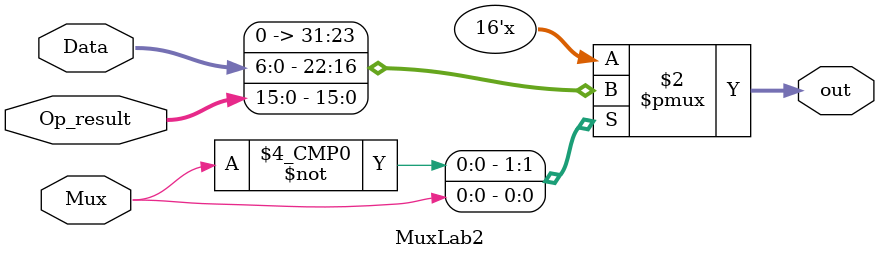
<source format=sv>

module MuxLab2  #(parameter int N = 16)
                (
                input logic Mux,
                input logic [N-1:0] Op_result,
                input logic [6:0] Data,
                output logic [N-1:0] out
                );

always_comb begin
    
    case (Mux)
        1'b0: out = {9'b000000000, Data};
        1'b1: out = Op_result;
        default: out = {N{1'b0}};
    endcase
end

endmodule

///////////////////////////////////////////////////////////////////////////////////////////////////
</source>
